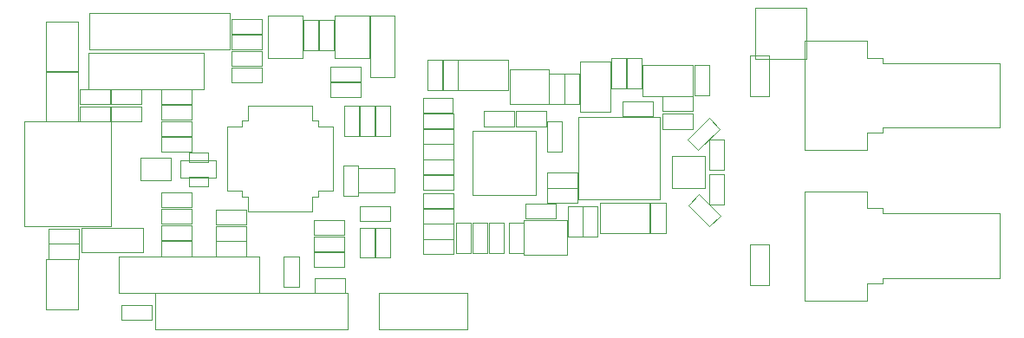
<source format=gbr>
G04 #@! TF.GenerationSoftware,KiCad,Pcbnew,8.0.4*
G04 #@! TF.CreationDate,2024-11-17T23:13:56+01:00*
G04 #@! TF.ProjectId,TEF6687,54454636-3638-4372-9e6b-696361645f70,v1.1*
G04 #@! TF.SameCoordinates,Original*
G04 #@! TF.FileFunction,Other,User*
%FSLAX46Y46*%
G04 Gerber Fmt 4.6, Leading zero omitted, Abs format (unit mm)*
G04 Created by KiCad (PCBNEW 8.0.4) date 2024-11-17 23:13:56*
%MOMM*%
%LPD*%
G01*
G04 APERTURE LIST*
%ADD10C,0.050000*%
%ADD11C,0.100000*%
G04 APERTURE END LIST*
D10*
G04 #@! TO.C,FB5*
X146100000Y-47800000D02*
X148500000Y-47800000D01*
X146100000Y-53800000D02*
X146100000Y-47800000D01*
X148500000Y-47800000D02*
X148500000Y-53800000D01*
X148500000Y-53800000D02*
X146100000Y-53800000D01*
G04 #@! TO.C,C6*
X174620000Y-55670000D02*
X177580000Y-55670000D01*
X174620000Y-57130000D02*
X174620000Y-55670000D01*
X177580000Y-55670000D02*
X177580000Y-57130000D01*
X177580000Y-57130000D02*
X174620000Y-57130000D01*
G04 #@! TO.C,D5*
X183150000Y-51700000D02*
X185050000Y-51700000D01*
X183150000Y-55700000D02*
X183150000Y-51700000D01*
X183150000Y-55700000D02*
X185050000Y-55700000D01*
X185050000Y-55700000D02*
X185050000Y-51700000D01*
G04 #@! TO.C,D1*
X114450000Y-53310000D02*
X114450000Y-58160000D01*
X114450000Y-58160000D02*
X117550000Y-58160000D01*
X117550000Y-53310000D02*
X114450000Y-53310000D01*
X117550000Y-58160000D02*
X117550000Y-53310000D01*
G04 #@! TO.C,C43*
X142170000Y-52770000D02*
X145130000Y-52770000D01*
X142170000Y-54230000D02*
X142170000Y-52770000D01*
X145130000Y-52770000D02*
X145130000Y-54230000D01*
X145130000Y-54230000D02*
X142170000Y-54230000D01*
G04 #@! TO.C,R28*
X131020000Y-69870000D02*
X133980000Y-69870000D01*
X131020000Y-71330000D02*
X131020000Y-69870000D01*
X133980000Y-69870000D02*
X133980000Y-71330000D01*
X133980000Y-71330000D02*
X131020000Y-71330000D01*
G04 #@! TO.C,R12*
X151245000Y-57370000D02*
X154205000Y-57370000D01*
X151245000Y-58830000D02*
X151245000Y-57370000D01*
X154205000Y-57370000D02*
X154205000Y-58830000D01*
X154205000Y-58830000D02*
X151245000Y-58830000D01*
G04 #@! TO.C,C5*
X120795000Y-55020000D02*
X123755000Y-55020000D01*
X120795000Y-56480000D02*
X120795000Y-55020000D01*
X123755000Y-55020000D02*
X123755000Y-56480000D01*
X123755000Y-56480000D02*
X120795000Y-56480000D01*
G04 #@! TO.C,U5*
X136100000Y-47850000D02*
X136100000Y-51950000D01*
X136100000Y-51950000D02*
X139500000Y-51950000D01*
X139500000Y-47850000D02*
X136100000Y-47850000D01*
X139500000Y-51950000D02*
X139500000Y-47850000D01*
G04 #@! TO.C,D4*
X159717500Y-53050000D02*
X159717500Y-56450000D01*
X159717500Y-56450000D02*
X163557500Y-56450000D01*
X163557500Y-53050000D02*
X159717500Y-53050000D01*
X163557500Y-56450000D02*
X163557500Y-53050000D01*
G04 #@! TO.C,Y2*
X144950000Y-62700000D02*
X148450000Y-62700000D01*
X144950000Y-65100000D02*
X144950000Y-62700000D01*
X148450000Y-62700000D02*
X148450000Y-65100000D01*
X148450000Y-65100000D02*
X144950000Y-65100000D01*
G04 #@! TO.C,L4*
X168492000Y-66064000D02*
X173392000Y-66064000D01*
X168492000Y-69064000D02*
X168492000Y-66064000D01*
X173392000Y-66064000D02*
X173392000Y-69064000D01*
X173392000Y-69064000D02*
X168492000Y-69064000D01*
G04 #@! TO.C,D6*
X183150000Y-70150000D02*
X183150000Y-74150000D01*
X185050000Y-70150000D02*
X183150000Y-70150000D01*
X185050000Y-70150000D02*
X185050000Y-74150000D01*
X185050000Y-74150000D02*
X183150000Y-74150000D01*
G04 #@! TO.C,R4*
X120795000Y-56670000D02*
X123755000Y-56670000D01*
X120795000Y-58130000D02*
X120795000Y-56670000D01*
X123755000Y-56670000D02*
X123755000Y-58130000D01*
X123755000Y-58130000D02*
X120795000Y-58130000D01*
G04 #@! TO.C,C33*
X143570000Y-56620000D02*
X145030000Y-56620000D01*
X143570000Y-59580000D02*
X143570000Y-56620000D01*
X145030000Y-56620000D02*
X145030000Y-59580000D01*
X145030000Y-59580000D02*
X143570000Y-59580000D01*
G04 #@! TO.C,C26*
X161220000Y-66170000D02*
X164180000Y-66170000D01*
X161220000Y-67630000D02*
X161220000Y-66170000D01*
X164180000Y-66170000D02*
X164180000Y-67630000D01*
X164180000Y-67630000D02*
X161220000Y-67630000D01*
G04 #@! TO.C,R15*
X151245000Y-66670000D02*
X154205000Y-66670000D01*
X151245000Y-68130000D02*
X151245000Y-66670000D01*
X154205000Y-66670000D02*
X154205000Y-68130000D01*
X154205000Y-68130000D02*
X151245000Y-68130000D01*
G04 #@! TO.C,J9*
X188530000Y-64970000D02*
X188530000Y-75630000D01*
X188530000Y-64970000D02*
X194600000Y-64970000D01*
X194600000Y-64970000D02*
X194600000Y-66630000D01*
X194600000Y-66630000D02*
X196120000Y-66630000D01*
X194600000Y-73980000D02*
X196120000Y-73980000D01*
X194600000Y-75630000D02*
X188530000Y-75630000D01*
X194600000Y-75630000D02*
X194600000Y-73980000D01*
X196120000Y-66630000D02*
X196120000Y-67160000D01*
X196120000Y-67160000D02*
X207550000Y-67160000D01*
X196120000Y-73440000D02*
X207550000Y-73440000D01*
X196120000Y-73980000D02*
X196120000Y-73440000D01*
X207550000Y-67160000D02*
X207550000Y-73440000D01*
G04 #@! TO.C,C36*
X131020000Y-66770000D02*
X133980000Y-66770000D01*
X131020000Y-68230000D02*
X131020000Y-66770000D01*
X133980000Y-66770000D02*
X133980000Y-68230000D01*
X133980000Y-68230000D02*
X131020000Y-68230000D01*
G04 #@! TO.C,C22*
X163345000Y-64670000D02*
X166305000Y-64670000D01*
X163345000Y-66130000D02*
X163345000Y-64670000D01*
X166305000Y-64670000D02*
X166305000Y-66130000D01*
X166305000Y-66130000D02*
X163345000Y-66130000D01*
G04 #@! TO.C,C31*
X145070000Y-56620000D02*
X146530000Y-56620000D01*
X145070000Y-59580000D02*
X145070000Y-56620000D01*
X146530000Y-56620000D02*
X146530000Y-59580000D01*
X146530000Y-59580000D02*
X145070000Y-59580000D01*
G04 #@! TO.C,C12*
X151220000Y-55870000D02*
X154180000Y-55870000D01*
X151220000Y-57330000D02*
X151220000Y-55870000D01*
X154180000Y-55870000D02*
X154180000Y-57330000D01*
X154180000Y-57330000D02*
X151220000Y-57330000D01*
G04 #@! TO.C,R25*
X137670000Y-71370000D02*
X139130000Y-71370000D01*
X137670000Y-74330000D02*
X137670000Y-71370000D01*
X139130000Y-71370000D02*
X139130000Y-74330000D01*
X139130000Y-74330000D02*
X137670000Y-74330000D01*
D11*
G04 #@! TO.C,FL1*
X127550000Y-61950000D02*
X131050000Y-61950000D01*
X127550000Y-63650000D02*
X127550000Y-61950000D01*
X131050000Y-61950000D02*
X131050000Y-63650000D01*
X131050000Y-63650000D02*
X127550000Y-63650000D01*
D10*
G04 #@! TO.C,C18*
X173470000Y-66070000D02*
X174930000Y-66070000D01*
X173470000Y-69030000D02*
X173470000Y-66070000D01*
X174930000Y-66070000D02*
X174930000Y-69030000D01*
X174930000Y-69030000D02*
X173470000Y-69030000D01*
G04 #@! TO.C,C32*
X125720000Y-69870000D02*
X128680000Y-69870000D01*
X125720000Y-71330000D02*
X125720000Y-69870000D01*
X128680000Y-69870000D02*
X128680000Y-71330000D01*
X128680000Y-71330000D02*
X125720000Y-71330000D01*
G04 #@! TO.C,R8*
X177770000Y-52670000D02*
X179230000Y-52670000D01*
X177770000Y-55630000D02*
X177770000Y-52670000D01*
X179230000Y-52670000D02*
X179230000Y-55630000D01*
X179230000Y-55630000D02*
X177770000Y-55630000D01*
G04 #@! TO.C,D2*
X114450000Y-48375000D02*
X114450000Y-53225000D01*
X114450000Y-53225000D02*
X117550000Y-53225000D01*
X117550000Y-48375000D02*
X114450000Y-48375000D01*
X117550000Y-53225000D02*
X117550000Y-48375000D01*
G04 #@! TO.C,U4*
X132150000Y-58650000D02*
X132150000Y-61800000D01*
X132150000Y-64950000D02*
X132150000Y-61800000D01*
X133550000Y-58050000D02*
X133550000Y-58650000D01*
X133550000Y-58650000D02*
X132150000Y-58650000D01*
X133550000Y-64950000D02*
X132150000Y-64950000D01*
X133550000Y-65550000D02*
X133550000Y-64950000D01*
X134150000Y-56650000D02*
X134150000Y-58050000D01*
X134150000Y-58050000D02*
X133550000Y-58050000D01*
X134150000Y-65550000D02*
X133550000Y-65550000D01*
X134150000Y-66950000D02*
X134150000Y-65550000D01*
X137300000Y-56650000D02*
X134150000Y-56650000D01*
X137300000Y-56650000D02*
X140450000Y-56650000D01*
X137300000Y-66950000D02*
X134150000Y-66950000D01*
X137300000Y-66950000D02*
X140450000Y-66950000D01*
X140450000Y-56650000D02*
X140450000Y-58050000D01*
X140450000Y-58050000D02*
X141050000Y-58050000D01*
X140450000Y-65550000D02*
X141050000Y-65550000D01*
X140450000Y-66950000D02*
X140450000Y-65550000D01*
X141050000Y-58050000D02*
X141050000Y-58650000D01*
X141050000Y-58650000D02*
X142450000Y-58650000D01*
X141050000Y-64950000D02*
X142450000Y-64950000D01*
X141050000Y-65550000D02*
X141050000Y-64950000D01*
X142450000Y-58650000D02*
X142450000Y-61800000D01*
X142450000Y-64950000D02*
X142450000Y-61800000D01*
G04 #@! TO.C,C4*
X114720000Y-70120000D02*
X117680000Y-70120000D01*
X114720000Y-71580000D02*
X114720000Y-70120000D01*
X117680000Y-70120000D02*
X117680000Y-71580000D01*
X117680000Y-71580000D02*
X114720000Y-71580000D01*
G04 #@! TO.C,FB1*
X117900000Y-68550000D02*
X123900000Y-68550000D01*
X117900000Y-70950000D02*
X117900000Y-68550000D01*
X123900000Y-68550000D02*
X123900000Y-70950000D01*
X123900000Y-70950000D02*
X117900000Y-70950000D01*
G04 #@! TO.C,J8*
X183700000Y-47079000D02*
X183700000Y-52079000D01*
X183700000Y-52079000D02*
X188700000Y-52079000D01*
X188700000Y-47079000D02*
X183700000Y-47079000D01*
X188700000Y-52079000D02*
X188700000Y-47079000D01*
G04 #@! TO.C,U2*
X175600000Y-61500000D02*
X178800000Y-61500000D01*
X175600000Y-64700000D02*
X175600000Y-61500000D01*
X178800000Y-61500000D02*
X178800000Y-64700000D01*
X178800000Y-64700000D02*
X175600000Y-64700000D01*
G04 #@! TO.C,C40*
X132520000Y-48170000D02*
X135480000Y-48170000D01*
X132520000Y-49630000D02*
X132520000Y-48170000D01*
X135480000Y-48170000D02*
X135480000Y-49630000D01*
X135480000Y-49630000D02*
X132520000Y-49630000D01*
G04 #@! TO.C,R9*
X165070000Y-53520000D02*
X166530000Y-53520000D01*
X165070000Y-56480000D02*
X165070000Y-53520000D01*
X166530000Y-53520000D02*
X166530000Y-56480000D01*
X166530000Y-56480000D02*
X165070000Y-56480000D01*
G04 #@! TO.C,R16*
X151245000Y-58870000D02*
X154205000Y-58870000D01*
X151245000Y-60330000D02*
X151245000Y-58870000D01*
X154205000Y-58870000D02*
X154205000Y-60330000D01*
X154205000Y-60330000D02*
X151245000Y-60330000D01*
G04 #@! TO.C,R24*
X140620000Y-69370000D02*
X143580000Y-69370000D01*
X140620000Y-70830000D02*
X140620000Y-69370000D01*
X143580000Y-69370000D02*
X143580000Y-70830000D01*
X143580000Y-70830000D02*
X140620000Y-70830000D01*
G04 #@! TO.C,C8*
X171170000Y-51970000D02*
X172630000Y-51970000D01*
X171170000Y-54930000D02*
X171170000Y-51970000D01*
X172630000Y-51970000D02*
X172630000Y-54930000D01*
X172630000Y-54930000D02*
X171170000Y-54930000D01*
G04 #@! TO.C,C28*
X151245000Y-63370000D02*
X154205000Y-63370000D01*
X151245000Y-64830000D02*
X151245000Y-63370000D01*
X154205000Y-63370000D02*
X154205000Y-64830000D01*
X154205000Y-64830000D02*
X151245000Y-64830000D01*
G04 #@! TO.C,C2*
X125720000Y-58120000D02*
X128680000Y-58120000D01*
X125720000Y-59580000D02*
X125720000Y-58120000D01*
X128680000Y-58120000D02*
X128680000Y-59580000D01*
X128680000Y-59580000D02*
X125720000Y-59580000D01*
G04 #@! TO.C,J6*
X125073000Y-74950000D02*
X143873000Y-74950000D01*
X125073000Y-78500000D02*
X125073000Y-74950000D01*
X143873000Y-74950000D02*
X143873000Y-78500000D01*
X143873000Y-78500000D02*
X125073000Y-78500000D01*
G04 #@! TO.C,R6*
X121820000Y-76070000D02*
X124780000Y-76070000D01*
X121820000Y-77530000D02*
X121820000Y-76070000D01*
X124780000Y-76070000D02*
X124780000Y-77530000D01*
X124780000Y-77530000D02*
X121820000Y-77530000D01*
G04 #@! TO.C,C20*
X170770000Y-56220000D02*
X173730000Y-56220000D01*
X170770000Y-57680000D02*
X170770000Y-56220000D01*
X173730000Y-56220000D02*
X173730000Y-57680000D01*
X173730000Y-57680000D02*
X170770000Y-57680000D01*
G04 #@! TO.C,R29*
X125720000Y-68270000D02*
X128680000Y-68270000D01*
X125720000Y-69730000D02*
X125720000Y-68270000D01*
X128680000Y-68270000D02*
X128680000Y-69730000D01*
X128680000Y-69730000D02*
X125720000Y-69730000D01*
G04 #@! TO.C,R23*
X140620000Y-70920000D02*
X143580000Y-70920000D01*
X140620000Y-72380000D02*
X140620000Y-70920000D01*
X143580000Y-70920000D02*
X143580000Y-72380000D01*
X143580000Y-72380000D02*
X140620000Y-72380000D01*
G04 #@! TO.C,J3*
X118640000Y-47550000D02*
X132340000Y-47550000D01*
X118640000Y-51100000D02*
X118640000Y-47550000D01*
X132340000Y-47550000D02*
X132340000Y-51100000D01*
X132340000Y-51100000D02*
X118640000Y-51100000D01*
G04 #@! TO.C,C35*
X140620000Y-67770000D02*
X143580000Y-67770000D01*
X140620000Y-69230000D02*
X140620000Y-67770000D01*
X143580000Y-67770000D02*
X143580000Y-69230000D01*
X143580000Y-69230000D02*
X140620000Y-69230000D01*
G04 #@! TO.C,R30*
X128370000Y-61180000D02*
X130230000Y-61180000D01*
X128370000Y-62120000D02*
X128370000Y-61180000D01*
X130230000Y-61180000D02*
X130230000Y-62120000D01*
X130230000Y-62120000D02*
X128370000Y-62120000D01*
G04 #@! TO.C,R2*
X125720000Y-65070000D02*
X128680000Y-65070000D01*
X125720000Y-66530000D02*
X125720000Y-65070000D01*
X128680000Y-65070000D02*
X128680000Y-66530000D01*
X128680000Y-66530000D02*
X125720000Y-66530000D01*
G04 #@! TO.C,R18*
X157695000Y-68020000D02*
X159155000Y-68020000D01*
X157695000Y-70980000D02*
X157695000Y-68020000D01*
X159155000Y-68020000D02*
X159155000Y-70980000D01*
X159155000Y-70980000D02*
X157695000Y-70980000D01*
G04 #@! TO.C,C15*
X177087294Y-59930330D02*
X179180330Y-57837294D01*
X178119670Y-60962706D02*
X177087294Y-59930330D01*
X179180330Y-57837294D02*
X180212706Y-58869670D01*
X180212706Y-58869670D02*
X178119670Y-60962706D01*
G04 #@! TO.C,C42*
X132520000Y-49670000D02*
X135480000Y-49670000D01*
X132520000Y-51130000D02*
X132520000Y-49670000D01*
X135480000Y-49670000D02*
X135480000Y-51130000D01*
X135480000Y-51130000D02*
X132520000Y-51130000D01*
G04 #@! TO.C,R19*
X154495000Y-68020000D02*
X155955000Y-68020000D01*
X154495000Y-70980000D02*
X154495000Y-68020000D01*
X155955000Y-68020000D02*
X155955000Y-70980000D01*
X155955000Y-70980000D02*
X154495000Y-70980000D01*
G04 #@! TO.C,J1*
X112350000Y-58185000D02*
X112350000Y-68375000D01*
X112350000Y-68375000D02*
X120770000Y-68375000D01*
X120770000Y-58185000D02*
X112350000Y-58185000D01*
X120770000Y-68375000D02*
X120770000Y-58185000D01*
G04 #@! TO.C,L1*
X172700000Y-52650000D02*
X177600000Y-52650000D01*
X172700000Y-55650000D02*
X172700000Y-52650000D01*
X177600000Y-52650000D02*
X177600000Y-55650000D01*
X177600000Y-55650000D02*
X172700000Y-55650000D01*
G04 #@! TO.C,C30*
X151245000Y-65170000D02*
X154205000Y-65170000D01*
X151245000Y-66630000D02*
X151245000Y-65170000D01*
X154205000Y-65170000D02*
X154205000Y-66630000D01*
X154205000Y-66630000D02*
X151245000Y-66630000D01*
G04 #@! TO.C,R11*
X156095000Y-68020000D02*
X157555000Y-68020000D01*
X156095000Y-70980000D02*
X156095000Y-68020000D01*
X157555000Y-68020000D02*
X157555000Y-70980000D01*
X157555000Y-70980000D02*
X156095000Y-70980000D01*
G04 #@! TO.C,J10*
X188530000Y-50270000D02*
X188530000Y-60930000D01*
X188530000Y-50270000D02*
X194600000Y-50270000D01*
X194600000Y-50270000D02*
X194600000Y-51930000D01*
X194600000Y-51930000D02*
X196120000Y-51930000D01*
X194600000Y-59280000D02*
X196120000Y-59280000D01*
X194600000Y-60930000D02*
X188530000Y-60930000D01*
X194600000Y-60930000D02*
X194600000Y-59280000D01*
X196120000Y-51930000D02*
X196120000Y-52460000D01*
X196120000Y-52460000D02*
X207550000Y-52460000D01*
X196120000Y-58740000D02*
X207550000Y-58740000D01*
X196120000Y-59280000D02*
X196120000Y-58740000D01*
X207550000Y-52460000D02*
X207550000Y-58740000D01*
G04 #@! TO.C,R31*
X128370000Y-63530000D02*
X130230000Y-63530000D01*
X128370000Y-64470000D02*
X128370000Y-63530000D01*
X130230000Y-63530000D02*
X130230000Y-64470000D01*
X130230000Y-64470000D02*
X128370000Y-64470000D01*
G04 #@! TO.C,C23*
X163345000Y-63170000D02*
X166305000Y-63170000D01*
X163345000Y-64630000D02*
X163345000Y-63170000D01*
X166305000Y-63170000D02*
X166305000Y-64630000D01*
X166305000Y-64630000D02*
X163345000Y-64630000D01*
G04 #@! TO.C,C39*
X141070000Y-48220000D02*
X142530000Y-48220000D01*
X141070000Y-51180000D02*
X141070000Y-48220000D01*
X142530000Y-48220000D02*
X142530000Y-51180000D01*
X142530000Y-51180000D02*
X141070000Y-51180000D01*
G04 #@! TO.C,J7*
X146917000Y-74950000D02*
X155567000Y-74950000D01*
X146917000Y-78500000D02*
X146917000Y-74950000D01*
X155567000Y-74950000D02*
X155567000Y-78500000D01*
X155567000Y-78500000D02*
X146917000Y-78500000D01*
G04 #@! TO.C,J2*
X118600000Y-51450000D02*
X129800000Y-51450000D01*
X118600000Y-55000000D02*
X118600000Y-51450000D01*
X129800000Y-51450000D02*
X129800000Y-55000000D01*
X129800000Y-55000000D02*
X118600000Y-55000000D01*
G04 #@! TO.C,J4*
X121520000Y-71350000D02*
X135220000Y-71350000D01*
X121520000Y-74900000D02*
X121520000Y-71350000D01*
X135220000Y-71350000D02*
X135220000Y-74900000D01*
X135220000Y-74900000D02*
X121520000Y-74900000D01*
G04 #@! TO.C,U3*
X156055000Y-59110000D02*
X156055000Y-65350000D01*
X156055000Y-65350000D02*
X162295000Y-65350000D01*
X162295000Y-59110000D02*
X156055000Y-59110000D01*
X162295000Y-65350000D02*
X162295000Y-59110000D01*
G04 #@! TO.C,C21*
X159620000Y-68020000D02*
X161080000Y-68020000D01*
X159620000Y-70980000D02*
X159620000Y-68020000D01*
X161080000Y-68020000D02*
X161080000Y-70980000D01*
X161080000Y-70980000D02*
X159620000Y-70980000D01*
G04 #@! TO.C,C11*
X151682500Y-52120000D02*
X153142500Y-52120000D01*
X151682500Y-55080000D02*
X151682500Y-52120000D01*
X153142500Y-52120000D02*
X153142500Y-55080000D01*
X153142500Y-55080000D02*
X151682500Y-55080000D01*
G04 #@! TO.C,R13*
X151245000Y-60370000D02*
X154205000Y-60370000D01*
X151245000Y-61830000D02*
X151245000Y-60370000D01*
X154205000Y-60370000D02*
X154205000Y-61830000D01*
X154205000Y-61830000D02*
X151245000Y-61830000D01*
G04 #@! TO.C,C19*
X166859200Y-66420000D02*
X168319200Y-66420000D01*
X166859200Y-69380000D02*
X166859200Y-66420000D01*
X168319200Y-66420000D02*
X168319200Y-69380000D01*
X168319200Y-69380000D02*
X166859200Y-69380000D01*
G04 #@! TO.C,L2*
X166550000Y-52300000D02*
X169550000Y-52300000D01*
X166550000Y-57200000D02*
X166550000Y-52300000D01*
X169550000Y-52300000D02*
X169550000Y-57200000D01*
X169550000Y-57200000D02*
X166550000Y-57200000D01*
G04 #@! TO.C,R20*
X146570000Y-68520000D02*
X148030000Y-68520000D01*
X146570000Y-71480000D02*
X146570000Y-68520000D01*
X148030000Y-68520000D02*
X148030000Y-71480000D01*
X148030000Y-71480000D02*
X146570000Y-71480000D01*
G04 #@! TO.C,R7*
X174620000Y-57420000D02*
X177580000Y-57420000D01*
X174620000Y-58880000D02*
X174620000Y-57420000D01*
X177580000Y-57420000D02*
X177580000Y-58880000D01*
X177580000Y-58880000D02*
X174620000Y-58880000D01*
G04 #@! TO.C,C41*
X142170000Y-54320000D02*
X145130000Y-54320000D01*
X142170000Y-55780000D02*
X142170000Y-54320000D01*
X145130000Y-54320000D02*
X145130000Y-55780000D01*
X145130000Y-55780000D02*
X142170000Y-55780000D01*
G04 #@! TO.C,C7*
X169620000Y-51970000D02*
X171080000Y-51970000D01*
X169620000Y-54930000D02*
X169620000Y-51970000D01*
X171080000Y-51970000D02*
X171080000Y-54930000D01*
X171080000Y-54930000D02*
X169620000Y-54930000D01*
G04 #@! TO.C,C38*
X139570000Y-48220000D02*
X141030000Y-48220000D01*
X139570000Y-51180000D02*
X139570000Y-48220000D01*
X141030000Y-48220000D02*
X141030000Y-51180000D01*
X141030000Y-51180000D02*
X139570000Y-51180000D01*
G04 #@! TO.C,C29*
X151245000Y-61870000D02*
X154205000Y-61870000D01*
X151245000Y-63330000D02*
X151245000Y-61870000D01*
X154205000Y-61870000D02*
X154205000Y-63330000D01*
X154205000Y-63330000D02*
X151245000Y-63330000D01*
G04 #@! TO.C,D3*
X114450000Y-71650000D02*
X114450000Y-76500000D01*
X114450000Y-76500000D02*
X117550000Y-76500000D01*
X117550000Y-71650000D02*
X114450000Y-71650000D01*
X117550000Y-76500000D02*
X117550000Y-71650000D01*
G04 #@! TO.C,C34*
X132520000Y-52870000D02*
X135480000Y-52870000D01*
X132520000Y-54330000D02*
X132520000Y-52870000D01*
X135480000Y-52870000D02*
X135480000Y-54330000D01*
X135480000Y-54330000D02*
X132520000Y-54330000D01*
G04 #@! TO.C,FB3*
X132520000Y-51270000D02*
X135480000Y-51270000D01*
X132520000Y-52730000D02*
X132520000Y-51270000D01*
X135480000Y-51270000D02*
X135480000Y-52730000D01*
X135480000Y-52730000D02*
X132520000Y-52730000D01*
G04 #@! TO.C,R21*
X145070000Y-68520000D02*
X146530000Y-68520000D01*
X145070000Y-71480000D02*
X145070000Y-68520000D01*
X146530000Y-68520000D02*
X146530000Y-71480000D01*
X146530000Y-71480000D02*
X145070000Y-71480000D01*
G04 #@! TO.C,R1*
X125720000Y-59670000D02*
X128680000Y-59670000D01*
X125720000Y-61130000D02*
X125720000Y-59670000D01*
X128680000Y-59670000D02*
X128680000Y-61130000D01*
X128680000Y-61130000D02*
X125720000Y-61130000D01*
G04 #@! TO.C,C10*
X163570000Y-53520000D02*
X165030000Y-53520000D01*
X163570000Y-56480000D02*
X163570000Y-53520000D01*
X165030000Y-53520000D02*
X165030000Y-56480000D01*
X165030000Y-56480000D02*
X163570000Y-56480000D01*
G04 #@! TO.C,Y1*
X161100000Y-67800000D02*
X161100000Y-71200000D01*
X161100000Y-71200000D02*
X165300000Y-71200000D01*
X165300000Y-67800000D02*
X161100000Y-67800000D01*
X165300000Y-71200000D02*
X165300000Y-67800000D01*
G04 #@! TO.C,L3*
X154662500Y-52100000D02*
X159562500Y-52100000D01*
X154662500Y-55100000D02*
X154662500Y-52100000D01*
X159562500Y-52100000D02*
X159562500Y-55100000D01*
X159562500Y-55100000D02*
X154662500Y-55100000D01*
G04 #@! TO.C,FB2*
X145120000Y-66420000D02*
X148080000Y-66420000D01*
X145120000Y-67880000D02*
X145120000Y-66420000D01*
X148080000Y-66420000D02*
X148080000Y-67880000D01*
X148080000Y-67880000D02*
X145120000Y-67880000D01*
G04 #@! TO.C,C14*
X177137294Y-66319670D02*
X178169670Y-65287294D01*
X178169670Y-65287294D02*
X180262706Y-67380330D01*
X179230330Y-68412706D02*
X177137294Y-66319670D01*
X180262706Y-67380330D02*
X179230330Y-68412706D01*
G04 #@! TO.C,R22*
X143470000Y-62470000D02*
X144930000Y-62470000D01*
X143470000Y-65430000D02*
X143470000Y-62470000D01*
X144930000Y-62470000D02*
X144930000Y-65430000D01*
X144930000Y-65430000D02*
X143470000Y-65430000D01*
G04 #@! TO.C,R3*
X117720000Y-56670000D02*
X120680000Y-56670000D01*
X117720000Y-58130000D02*
X117720000Y-56670000D01*
X120680000Y-56670000D02*
X120680000Y-58130000D01*
X120680000Y-58130000D02*
X117720000Y-58130000D01*
G04 #@! TO.C,R5*
X117720000Y-55020000D02*
X120680000Y-55020000D01*
X117720000Y-56480000D02*
X117720000Y-55020000D01*
X120680000Y-55020000D02*
X120680000Y-56480000D01*
X120680000Y-56480000D02*
X117720000Y-56480000D01*
G04 #@! TO.C,R10*
X140670000Y-73470000D02*
X143630000Y-73470000D01*
X140670000Y-74930000D02*
X140670000Y-73470000D01*
X143630000Y-73470000D02*
X143630000Y-74930000D01*
X143630000Y-74930000D02*
X140670000Y-74930000D01*
G04 #@! TO.C,C24*
X157220000Y-57170000D02*
X160180000Y-57170000D01*
X157220000Y-58630000D02*
X157220000Y-57170000D01*
X160180000Y-57170000D02*
X160180000Y-58630000D01*
X160180000Y-58630000D02*
X157220000Y-58630000D01*
G04 #@! TO.C,R14*
X151245000Y-68170000D02*
X154205000Y-68170000D01*
X151245000Y-69630000D02*
X151245000Y-68170000D01*
X154205000Y-68170000D02*
X154205000Y-69630000D01*
X154205000Y-69630000D02*
X151245000Y-69630000D01*
D11*
G04 #@! TO.C,TR1*
X166375000Y-57730000D02*
X174375000Y-57730000D01*
X166375000Y-65730000D02*
X166375000Y-57730000D01*
X174375000Y-57730000D02*
X174375000Y-65730000D01*
X174375000Y-65730000D02*
X166375000Y-65730000D01*
D10*
G04 #@! TO.C,C9*
X153182500Y-52120000D02*
X154642500Y-52120000D01*
X153182500Y-55080000D02*
X153182500Y-52120000D01*
X154642500Y-52120000D02*
X154642500Y-55080000D01*
X154642500Y-55080000D02*
X153182500Y-55080000D01*
G04 #@! TO.C,FB4*
X146570000Y-56620000D02*
X148030000Y-56620000D01*
X146570000Y-59580000D02*
X146570000Y-56620000D01*
X148030000Y-56620000D02*
X148030000Y-59580000D01*
X148030000Y-59580000D02*
X146570000Y-59580000D01*
G04 #@! TO.C,C1*
X114720000Y-68612000D02*
X117680000Y-68612000D01*
X114720000Y-70072000D02*
X114720000Y-68612000D01*
X117680000Y-68612000D02*
X117680000Y-70072000D01*
X117680000Y-70072000D02*
X114720000Y-70072000D01*
G04 #@! TO.C,C17*
X179170000Y-63320000D02*
X180630000Y-63320000D01*
X179170000Y-66280000D02*
X179170000Y-63320000D01*
X180630000Y-63320000D02*
X180630000Y-66280000D01*
X180630000Y-66280000D02*
X179170000Y-66280000D01*
G04 #@! TO.C,C37*
X131020000Y-68370000D02*
X133980000Y-68370000D01*
X131020000Y-69830000D02*
X131020000Y-68370000D01*
X133980000Y-68370000D02*
X133980000Y-69830000D01*
X133980000Y-69830000D02*
X131020000Y-69830000D01*
G04 #@! TO.C,C3*
X125720000Y-66670000D02*
X128680000Y-66670000D01*
X125720000Y-68130000D02*
X125720000Y-66670000D01*
X128680000Y-66670000D02*
X128680000Y-68130000D01*
X128680000Y-68130000D02*
X125720000Y-68130000D01*
G04 #@! TO.C,R17*
X151270000Y-69670000D02*
X154230000Y-69670000D01*
X151270000Y-71130000D02*
X151270000Y-69670000D01*
X154230000Y-69670000D02*
X154230000Y-71130000D01*
X154230000Y-71130000D02*
X151270000Y-71130000D01*
G04 #@! TO.C,U6*
X142600000Y-47850000D02*
X142600000Y-51950000D01*
X142600000Y-51950000D02*
X146000000Y-51950000D01*
X146000000Y-47850000D02*
X142600000Y-47850000D01*
X146000000Y-51950000D02*
X146000000Y-47850000D01*
G04 #@! TO.C,C25*
X165370000Y-66420000D02*
X166830000Y-66420000D01*
X165370000Y-69380000D02*
X165370000Y-66420000D01*
X166830000Y-66420000D02*
X166830000Y-69380000D01*
X166830000Y-69380000D02*
X165370000Y-69380000D01*
G04 #@! TO.C,R26*
X125720000Y-55020000D02*
X128680000Y-55020000D01*
X125720000Y-56480000D02*
X125720000Y-55020000D01*
X128680000Y-55020000D02*
X128680000Y-56480000D01*
X128680000Y-56480000D02*
X125720000Y-56480000D01*
G04 #@! TO.C,C13*
X160320000Y-57170000D02*
X163280000Y-57170000D01*
X160320000Y-58630000D02*
X160320000Y-57170000D01*
X163280000Y-57170000D02*
X163280000Y-58630000D01*
X163280000Y-58630000D02*
X160320000Y-58630000D01*
G04 #@! TO.C,U1*
X123625000Y-61700000D02*
X123625000Y-63900000D01*
X123625000Y-61700000D02*
X126625000Y-61700000D01*
X123625000Y-63900000D02*
X126625000Y-63900000D01*
X126625000Y-63900000D02*
X126625000Y-61700000D01*
G04 #@! TO.C,C16*
X179170000Y-59920000D02*
X180630000Y-59920000D01*
X179170000Y-62880000D02*
X179170000Y-59920000D01*
X180630000Y-59920000D02*
X180630000Y-62880000D01*
X180630000Y-62880000D02*
X179170000Y-62880000D01*
G04 #@! TO.C,C27*
X163370000Y-58120000D02*
X164830000Y-58120000D01*
X163370000Y-61080000D02*
X163370000Y-58120000D01*
X164830000Y-58120000D02*
X164830000Y-61080000D01*
X164830000Y-61080000D02*
X163370000Y-61080000D01*
G04 #@! TO.C,R27*
X125720000Y-56520000D02*
X128680000Y-56520000D01*
X125720000Y-57980000D02*
X125720000Y-56520000D01*
X128680000Y-56520000D02*
X128680000Y-57980000D01*
X128680000Y-57980000D02*
X125720000Y-57980000D01*
G04 #@! TD*
M02*

</source>
